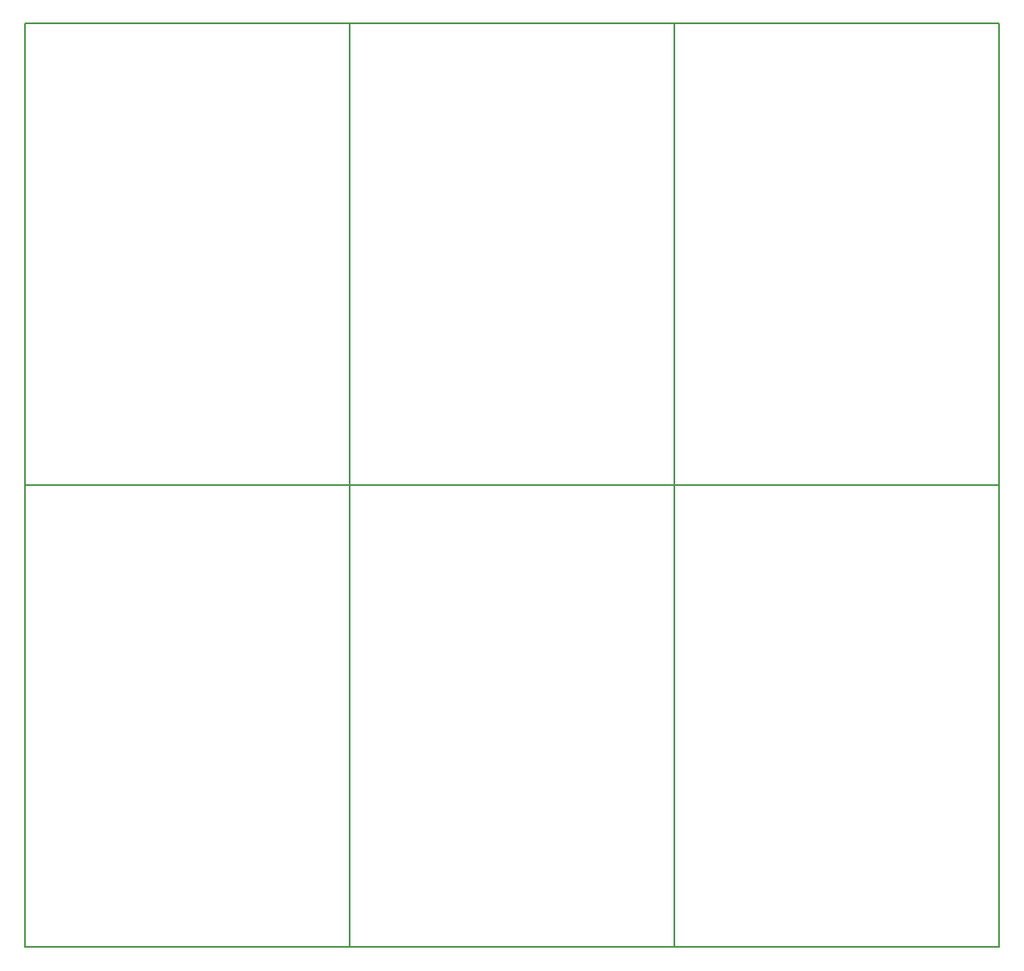
<source format=gbr>
%FSLAX34Y34*%
%MOMM*%
%LNOUTLINE*%
G71*
G01*
%ADD10C, 0.15*%
%LPD*%
G54D10*
X3175Y996950D02*
X333375Y996950D01*
X333375Y527050D01*
X3175Y527050D01*
X3175Y996950D01*
G54D10*
X333375Y996950D02*
X663575Y996950D01*
X663575Y527050D01*
X333375Y527050D01*
X333375Y996950D01*
G54D10*
X663575Y996950D02*
X993775Y996950D01*
X993775Y527050D01*
X663575Y527050D01*
X663575Y996950D01*
G54D10*
X3175Y527050D02*
X333375Y527050D01*
X333375Y57150D01*
X3175Y57150D01*
X3175Y527050D01*
G54D10*
X333375Y527050D02*
X663575Y527050D01*
X663575Y57150D01*
X333375Y57150D01*
X333375Y527050D01*
G54D10*
X663575Y527050D02*
X993775Y527050D01*
X993775Y57150D01*
X663575Y57150D01*
X663575Y527050D01*
M02*

</source>
